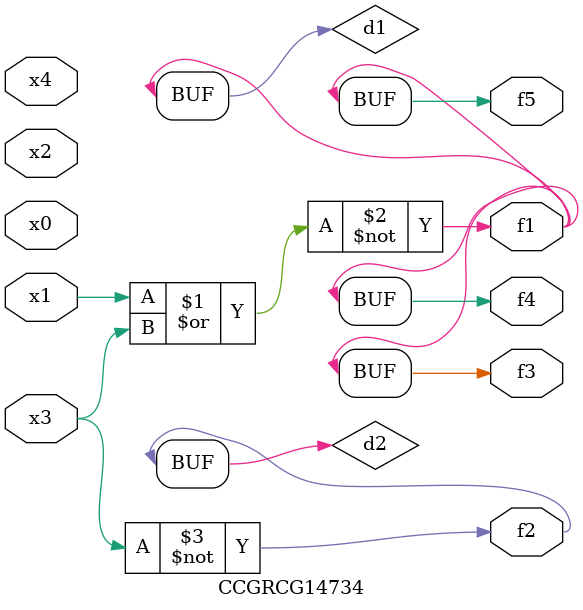
<source format=v>
module CCGRCG14734(
	input x0, x1, x2, x3, x4,
	output f1, f2, f3, f4, f5
);

	wire d1, d2;

	nor (d1, x1, x3);
	not (d2, x3);
	assign f1 = d1;
	assign f2 = d2;
	assign f3 = d1;
	assign f4 = d1;
	assign f5 = d1;
endmodule

</source>
